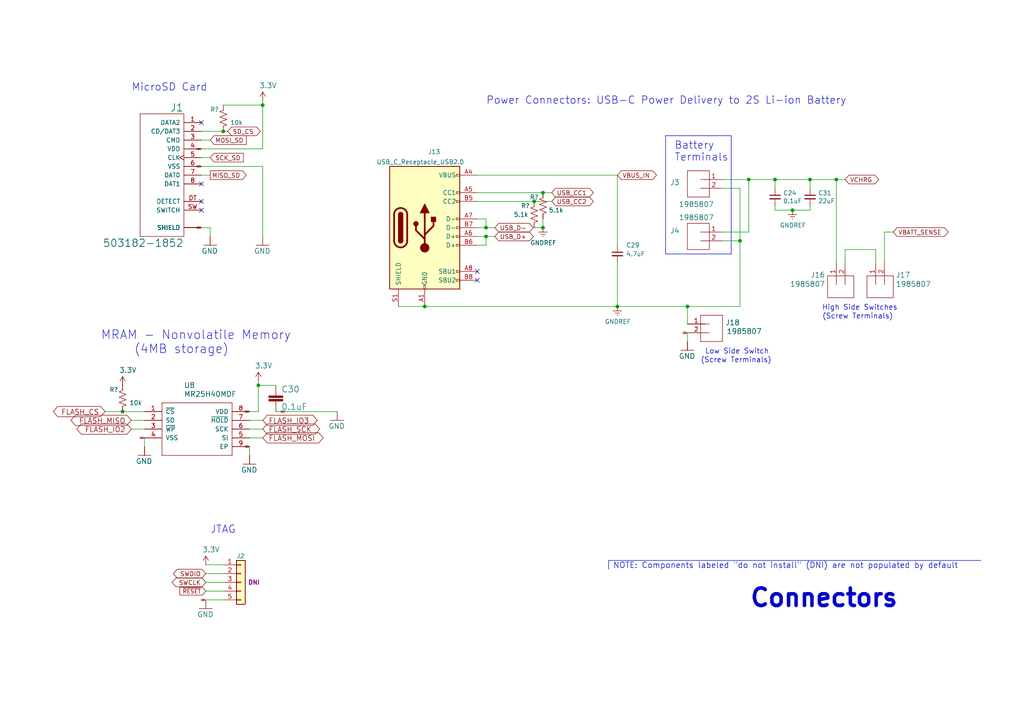
<source format=kicad_sch>
(kicad_sch (version 20230121) (generator eeschema)
  (paper "A4")
  (title_block (title "PyCubed Mainboard") (date "2021-06-09") (rev "v05c") (company "Max Holliday"))
  (lib_symbols
    (symbol "Connector_Generic:Conn_01x05" (pin_names (offset 1.016) hide)
      (property "Reference" "J" (at 0 7.62 0))
      (property "Value" "Conn_01x05" (at 0 -7.62 0))
      (symbol "Conn_01x05_1_1"
        (rectangle (start -1.27 -4.953) (end 0 -5.207) (stroke (width 0.1524)))
        (rectangle (start -1.27 -2.413) (end 0 -2.667) (stroke (width 0.1524)))
        (rectangle (start -1.27 0.127) (end 0 -0.127) (stroke (width 0.1524)))
        (rectangle (start -1.27 2.667) (end 0 2.413) (stroke (width 0.1524)))
        (rectangle (start -1.27 5.207) (end 0 4.953) (stroke (width 0.1524)))
        (rectangle (start -1.27 6.35) (end 1.27 -6.35) (stroke (width 0.254)) (fill (type background)))
        (pin passive line (at -5.08 5.08 0) (length 3.81) (name "Pin_1") (number "1"))
        (pin passive line (at -5.08 2.54 0) (length 3.81) (name "Pin_2") (number "2"))
        (pin passive line (at -5.08 0 0) (length 3.81) (name "Pin_3") (number "3"))
        (pin passive line (at -5.08 -2.54 0) (length 3.81) (name "Pin_4") (number "4"))
        (pin passive line (at -5.08 -5.08 0) (length 3.81) (name "Pin_5") (number "5"))
      )
    )
    (symbol "Device:C_Small" (pin_numbers hide) (pin_names (offset 0.254) hide)
      (property "Reference" "C" (at 0.254 1.778 0))
      (property "Value" "C_Small" (at 0.254 -2.032 0))
      (symbol "C_Small_0_1"
        (polyline (pts (xy -1.524 -0.508) (xy 1.524 -0.508)) (stroke (width 0.3302)))
        (polyline (pts (xy -1.524 0.508) (xy 1.524 0.508)) (stroke (width 0.3048)))
      )
      (symbol "C_Small_1_1"
        (pin passive line (at 0 2.54 270) (length 2.032) (name "~") (number "1"))
        (pin passive line (at 0 -2.54 90) (length 2.032) (name "~") (number "2"))
      )
    )
    (symbol "Device:R_US" (pin_numbers hide) (pin_names (offset 0))
      (property "Reference" "R" (at 2.54 0 90))
      (property "Value" "R_US" (at -2.54 0 90))
      (symbol "R_US_0_1"
        (polyline (pts (xy 0 -2.286) (xy 0 -2.54)))
        (polyline (pts (xy 0 2.286) (xy 0 2.54)))
        (polyline (pts (xy 0 -0.762) (xy 1.016 -1.143) (xy 0 -1.524) (xy -1.016 -1.905) (xy 0 -2.286)))
        (polyline (pts (xy 0 0.762) (xy 1.016 0.381) (xy 0 0) (xy -1.016 -0.381) (xy 0 -0.762)))
        (polyline (pts (xy 0 2.286) (xy 1.016 1.905) (xy 0 1.524) (xy -1.016 1.143) (xy 0 0.762)))
      )
      (symbol "R_US_1_1"
        (pin passive line (at 0 3.81 270) (length 1.27) (name "~") (number "1"))
        (pin passive line (at 0 -3.81 90) (length 1.27) (name "~") (number "2"))
      )
    )
    (symbol "mainboard-rescue:USB_C_Receptacle_USB2.0-Connector" (pin_names (offset 1.016))
      (property "Reference" "J" (at -10.16 19.05 0))
      (property "Value" "Connector_USB_C_Receptacle_USB2.0" (at 19.05 19.05 0))
      (symbol "USB_C_Receptacle_USB2.0-Connector_0_0"
        (rectangle (start -0.254 -17.78) (end 0.254 -16.764))
        (rectangle (start 10.16 -14.986) (end 9.144 -15.494))
        (rectangle (start 10.16 -12.446) (end 9.144 -12.954))
        (rectangle (start 10.16 -4.826) (end 9.144 -5.334))
        (rectangle (start 10.16 -2.286) (end 9.144 -2.794))
        (rectangle (start 10.16 0.254) (end 9.144 -0.254))
        (rectangle (start 10.16 2.794) (end 9.144 2.286))
        (rectangle (start 10.16 7.874) (end 9.144 7.366))
        (rectangle (start 10.16 10.414) (end 9.144 9.906))
        (rectangle (start 10.16 15.494) (end 9.144 14.986))
      )
      (symbol "USB_C_Receptacle_USB2.0-Connector_0_1"
        (rectangle (start -10.16 17.78) (end 10.16 -17.78) (stroke (width 0.254)) (fill (type background)))
        (arc (start -8.89 -3.81) (mid -6.985 -5.7067) (end -5.08 -3.81) (stroke (width 0.508)))
        (arc (start -7.62 -3.81) (mid -6.985 -4.4423) (end -6.35 -3.81) (stroke (width 0.254)))
        (arc (start -7.62 -3.81) (mid -6.985 -4.4423) (end -6.35 -3.81) (stroke (width 0.254)) (fill (type outline)))
        (rectangle (start -7.62 -3.81) (end -6.35 3.81) (stroke (width 0.254)) (fill (type outline)))
        (arc (start -6.35 3.81) (mid -6.985 4.4423) (end -7.62 3.81) (stroke (width 0.254)))
        (arc (start -6.35 3.81) (mid -6.985 4.4423) (end -7.62 3.81) (stroke (width 0.254)) (fill (type outline)))
        (arc (start -5.08 3.81) (mid -6.985 5.7067) (end -8.89 3.81) (stroke (width 0.508)))
        (circle (center -2.54 1.143) (radius 0.635) (stroke (width 0.254)) (fill (type outline)))
        (circle (center 0 -5.842) (radius 1.27) (fill (type outline)))
        (polyline (pts (xy -8.89 -3.81) (xy -8.89 3.81)) (stroke (width 0.508)))
        (polyline (pts (xy -5.08 3.81) (xy -5.08 -3.81)) (stroke (width 0.508)))
        (polyline (pts (xy 0 -5.842) (xy 0 4.318)) (stroke (width 0.508)))
        (polyline (pts (xy 0 -3.302) (xy -2.54 -0.762) (xy -2.54 0.508)) (stroke (width 0.508)))
        (polyline (pts (xy 0 -2.032) (xy 2.54 0.508) (xy 2.54 1.778)) (stroke (width 0.508)))
        (polyline (pts (xy -1.27 4.318) (xy 0 6.858) (xy 1.27 4.318) (xy -1.27 4.318)) (stroke (width 0.254)) (fill (type outline)))
        (rectangle (start 1.905 1.778) (end 3.175 3.048) (stroke (width 0.254)) (fill (type outline)))
      )
      (symbol "USB_C_Receptacle_USB2.0-Connector_1_1"
        (pin power_in line (at 0 -22.86 90) (length 5.08) (name "GND") (number "A1"))
        (pin passive line (at 0 -22.86 90) (length 5.08) hide (name "GND") (number "A12"))
        (pin power_in line (at 15.24 15.24 180) (length 5.08) (name "VBUS") (number "A4"))
        (pin bidirectional line (at 15.24 10.16 180) (length 5.08) (name "CC1") (number "A5"))
        (pin bidirectional line (at 15.24 -2.54 180) (length 5.08) (name "D+") (number "A6"))
        (pin bidirectional line (at 15.24 2.54 180) (length 5.08) (name "D-") (number "A7"))
        (pin bidirectional line (at 15.24 -12.7 180) (length 5.08) (name "SBU1") (number "A8"))
        (pin passive line (at 15.24 15.24 180) (length 5.08) hide (name "VBUS") (number "A9"))
        (pin passive line (at 0 -22.86 90) (length 5.08) hide (name "GND") (number "B1"))
        (pin passive line (at 0 -22.86 90) (length 5.08) hide (name "GND") (number "B12"))
        (pin passive line (at 15.24 15.24 180) (length 5.08) hide (name "VBUS") (number "B4"))
        (pin bidirectional line (at 15.24 7.62 180) (length 5.08) (name "CC2") (number "B5"))
        (pin bidirectional line (at 15.24 -5.08 180) (length 5.08) (name "D+") (number "B6"))
        (pin bidirectional line (at 15.24 0 180) (length 5.08) (name "D-") (number "B7"))
        (pin bidirectional line (at 15.24 -15.24 180) (length 5.08) (name "SBU2") (number "B8"))
        (pin passive line (at 15.24 15.24 180) (length 5.08) hide (name "VBUS") (number "B9"))
        (pin passive line (at -7.62 -22.86 90) (length 5.08) (name "SHIELD") (number "S1"))
      )
    )
    (symbol "mainboard:2.2UF-0603-10V-20%" (pin_names (offset 1.016))
      (property "Reference" "C" (at 1.524 2.921 0))
      (property "Value" "2.2UF-0603-10V-20%" (at 1.524 -2.159 0))
      (symbol "2.2UF-0603-10V-20%_1_0"
        (rectangle (start -2.032 0.508) (end 2.032 1.016) (fill (type outline)))
        (rectangle (start -2.032 1.524) (end 2.032 2.032) (fill (type outline)))
        (polyline (pts (xy 0 0) (xy 0 0.508)))
        (polyline (pts (xy 0 2.54) (xy 0 2.032)))
        (pin passive line (at 0 5.08 270) (length 2.54) (name "1") (number "1"))
        (pin passive line (at 0 -2.54 90) (length 2.54) (name "2") (number "2"))
      )
    )
    (symbol "mainboard:3.3V" (power) (pin_names (offset 1.016))
      (property "Value" "3.3V" (at -1.016 3.556 0))
      (symbol "3.3V_1_0"
        (polyline (pts (xy 0 2.54) (xy -0.762 1.27)))
        (polyline (pts (xy 0.762 1.27) (xy 0 2.54)))
        (pin power_in line (at 0 0 90) (length 2.54) (name "3.3V") (number "1"))
      )
    )
    (symbol "mainboard:503182-1852" (pin_names (offset 1.016))
      (property "Reference" "J" (at 0 18.3642 0))
      (property "Value" "503182-1852" (at 0 -20.9042 0))
      (symbol "503182-1852_1_0"
        (polyline (pts (xy 0 -17.78) (xy 12.7 -17.78)))
        (polyline (pts (xy 0 17.78) (xy 0 -17.78)))
        (polyline (pts (xy 12.7 -17.78) (xy 12.7 17.78)))
        (polyline (pts (xy 12.7 17.78) (xy 0 17.78)))
        (pin bidirectional line (at -5.08 15.24 0) (length 5.08) (name "DATA2") (number "1"))
        (pin bidirectional line (at -5.08 12.7 0) (length 5.08) (name "CD/DAT3") (number "2"))
        (pin bidirectional line (at -5.08 10.16 0) (length 5.08) (name "CMD") (number "3"))
        (pin power_in line (at -5.08 7.62 0) (length 5.08) (name "VDD") (number "4"))
        (pin bidirectional clock (at -5.08 5.08 0) (length 5.08) (name "CLK") (number "5"))
        (pin power_in line (at -5.08 2.54 0) (length 5.08) (name "VSS") (number "6"))
        (pin bidirectional line (at -5.08 0 0) (length 5.08) (name "DAT0") (number "7"))
        (pin bidirectional line (at -5.08 -2.54 0) (length 5.08) (name "DAT1") (number "8"))
        (pin bidirectional line (at -5.08 -7.62 0) (length 5.08) (name "DETECT") (number "DT"))
        (pin passive line (at -5.08 -15.24 0) (length 5.08) (name "SHIELD") (number "P1"))
        (pin passive line (at -5.08 -15.24 0) (length 5.08) (name "SHIELD") (number "P2"))
        (pin passive line (at -5.08 -15.24 0) (length 5.08) (name "SHIELD") (number "P3"))
        (pin passive line (at -5.08 -15.24 0) (length 5.08) (name "SHIELD") (number "P4"))
        (pin passive line (at -5.08 -15.24 0) (length 5.08) (name "SHIELD") (number "P5"))
        (pin bidirectional line (at -5.08 -10.16 0) (length 5.08) (name "SWITCH") (number "SW"))
      )
    )
    (symbol "mainboard:GND" (power) (pin_names (offset 1.016))
      (property "Value" "GND" (at -2.54 -2.54 0))
      (symbol "GND_1_0"
        (polyline (pts (xy -1.905 0) (xy 1.905 0)))
        (pin power_in line (at 0 2.54 270) (length 2.54) (name "GND") (number "1"))
      )
    )
    (symbol "mainboard:M023.5MM_LOCK" (pin_names (offset 1.016))
      (property "Reference" "JP" (at -2.54 5.842 0))
      (property "Value" "M023.5MM_LOCK" (at -2.54 -5.08 0))
      (symbol "M023.5MM_LOCK_1_0"
        (polyline (pts (xy -2.54 5.08) (xy -2.54 -2.54)))
        (polyline (pts (xy -2.54 5.08) (xy 3.81 5.08)))
        (polyline (pts (xy 1.27 0) (xy 2.54 0)))
        (polyline (pts (xy 1.27 2.54) (xy 2.54 2.54)))
        (polyline (pts (xy 3.81 -2.54) (xy -2.54 -2.54)))
        (polyline (pts (xy 3.81 -2.54) (xy 3.81 5.08)))
        (pin passive line (at 7.62 0 180) (length 5.08) (name "1") (number "1"))
        (pin passive line (at 7.62 2.54 180) (length 5.08) (name "2") (number "2"))
      )
    )
    (symbol "mainboard:MR25H40MDF" (pin_names (offset 1.016))
      (property "Reference" "U" (at 11.43 7.62 0))
      (property "Value" "MR25H40MDF" (at 11.43 5.08 0))
      (symbol "MR25H40MDF_1_0"
        (polyline (pts (xy 5.08 2.54) (xy 5.08 -12.7)))
        (polyline (pts (xy 5.08 2.54) (xy 25.4 2.54)))
        (polyline (pts (xy 25.4 -12.7) (xy 5.08 -12.7)))
        (polyline (pts (xy 25.4 -12.7) (xy 25.4 2.54)))
        (pin bidirectional line (at 0 0 0) (length 5.08) (name "~{CS}") (number "1"))
        (pin bidirectional line (at 0 -2.54 0) (length 5.08) (name "SO") (number "2"))
        (pin bidirectional line (at 0 -5.08 0) (length 5.08) (name "~{WP}") (number "3"))
        (pin bidirectional line (at 0 -7.62 0) (length 5.08) (name "VSS") (number "4"))
        (pin bidirectional line (at 30.48 -7.62 180) (length 5.08) (name "SI") (number "5"))
        (pin bidirectional line (at 30.48 -5.08 180) (length 5.08) (name "SCK") (number "6"))
        (pin bidirectional line (at 30.48 -2.54 180) (length 5.08) (name "~{HOLD}") (number "7"))
        (pin bidirectional line (at 30.48 0 180) (length 5.08) (name "VDD") (number "8"))
        (pin bidirectional line (at 30.48 -10.16 180) (length 5.08) (name "EP") (number "9"))
      )
    )
    (symbol "power:GNDREF" (power) (pin_names (offset 0))
      (property "Value" "GNDREF" (at 0 -3.81 0))
      (symbol "GNDREF_0_1"
        (polyline (pts (xy -0.635 -1.905) (xy 0.635 -1.905)))
        (polyline (pts (xy -0.127 -2.54) (xy 0.127 -2.54)))
        (polyline (pts (xy 0 -1.27) (xy 0 0)))
        (polyline (pts (xy 1.27 -1.27) (xy -1.27 -1.27)))
      )
      (symbol "GNDREF_1_1"
        (pin power_in line (at 0 0 270) (length 0) hide (name "GNDREF") (number "1"))
      )
    )
  )
  (junction (at 76.2 30.48))
  (junction (at 64.77 38.1))
  (junction (at 234.95 52.07))
  (junction (at 214.63 69.85))
  (junction (at 242.57 52.07))
  (junction (at 229.87 60.96))
  (junction (at 35.56 119.38))
  (junction (at 157.48 55.88))
  (junction (at 140.97 66.04))
  (junction (at 199.39 88.9))
  (junction (at 217.17 52.07))
  (junction (at 179.07 88.9))
  (junction (at 140.97 68.58))
  (junction (at 123.19 88.9))
  (junction (at 157.48 66.04))
  (junction (at 154.94 58.42))
  (junction (at 224.79 52.07))
  (junction (at 74.93 111.76))
  (no_connect (at 138.43 81.28))
  (no_connect (at 58.42 58.42))
  (no_connect (at 58.42 60.96))
  (no_connect (at 138.43 78.74))
  (no_connect (at 58.42 53.34))
  (no_connect (at 58.42 35.56))
  (wire (pts (xy 38.1 121.92) (xy 41.91 121.92)))
  (wire (pts (xy 80.01 111.76) (xy 74.93 111.76)))
  (wire (pts (xy 64.77 166.37) (xy 59.69 166.37)))
  (wire (pts (xy 140.97 68.58) (xy 138.43 68.58)))
  (wire (pts (xy 245.11 72.39) (xy 254 72.39)))
  (wire (pts (xy 140.97 71.12) (xy 140.97 68.58)))
  (wire (pts (xy 199.39 96.52) (xy 199.39 99.06)))
  (wire (pts (xy 199.39 88.9) (xy 214.63 88.9)))
  (wire (pts (xy 41.91 127) (xy 41.91 129.54)))
  (wire (pts (xy 74.93 111.76) (xy 74.93 110.49)))
  (wire (pts (xy 64.77 30.48) (xy 76.2 30.48)))
  (wire (pts (xy 58.42 48.26) (xy 76.2 48.26)))
  (wire (pts (xy 199.39 93.98) (xy 199.39 88.9)))
  (wire (pts (xy 72.39 119.38) (xy 74.93 119.38)))
  (polyline (pts (xy 176.53 162.56) (xy 284.48 162.56)))
  (wire (pts (xy 30.48 119.38) (xy 35.56 119.38)))
  (wire (pts (xy 138.43 58.42) (xy 154.94 58.42)))
  (wire (pts (xy 64.77 168.91) (xy 59.69 168.91)))
  (wire (pts (xy 115.57 88.9) (xy 123.19 88.9)))
  (wire (pts (xy 58.42 38.1) (xy 64.77 38.1)))
  (wire (pts (xy 209.55 52.07) (xy 217.17 52.07)))
  (wire (pts (xy 58.42 66.04) (xy 60.96 66.04)))
  (wire (pts (xy 60.96 66.04) (xy 60.96 68.58)))
  (wire (pts (xy 245.11 52.07) (xy 242.57 52.07)))
  (wire (pts (xy 217.17 52.07) (xy 224.79 52.07)))
  (wire (pts (xy 154.94 58.42) (xy 160.02 58.42)))
  (wire (pts (xy 179.07 50.8) (xy 138.43 50.8)))
  (wire (pts (xy 140.97 63.5) (xy 140.97 66.04)))
  (wire (pts (xy 140.97 66.04) (xy 138.43 66.04)))
  (wire (pts (xy 138.43 55.88) (xy 157.48 55.88)))
  (wire (pts (xy 157.48 66.04) (xy 157.48 63.5)))
  (wire (pts (xy 138.43 71.12) (xy 140.97 71.12)))
  (wire (pts (xy 245.11 76.2) (xy 245.11 72.39)))
  (polyline (pts (xy 193.04 73.66) (xy 193.04 39.37)))
  (wire (pts (xy 242.57 52.07) (xy 242.57 76.2)))
  (wire (pts (xy 74.93 119.38) (xy 74.93 111.76)))
  (wire (pts (xy 72.39 129.54) (xy 72.39 132.08)))
  (wire (pts (xy 234.95 54.61) (xy 234.95 52.07)))
  (wire (pts (xy 224.79 60.96) (xy 224.79 59.69)))
  (polyline (pts (xy 176.53 165.1) (xy 176.53 162.56)))
  (polyline (pts (xy 212.09 73.66) (xy 212.09 39.37)))
  (wire (pts (xy 80.01 119.38) (xy 97.79 119.38)))
  (wire (pts (xy 209.55 54.61) (xy 214.63 54.61)))
  (wire (pts (xy 76.2 121.92) (xy 72.39 121.92)))
  (wire (pts (xy 76.2 124.46) (xy 72.39 124.46)))
  (wire (pts (xy 224.79 54.61) (xy 224.79 52.07)))
  (wire (pts (xy 214.63 69.85) (xy 209.55 69.85)))
  (wire (pts (xy 224.79 52.07) (xy 234.95 52.07)))
  (wire (pts (xy 58.42 43.18) (xy 76.2 43.18)))
  (wire (pts (xy 256.54 67.31) (xy 259.08 67.31)))
  (wire (pts (xy 234.95 60.96) (xy 234.95 59.69)))
  (wire (pts (xy 154.94 66.04) (xy 157.48 66.04)))
  (wire (pts (xy 254 72.39) (xy 254 76.2)))
  (wire (pts (xy 76.2 43.18) (xy 76.2 30.48)))
  (wire (pts (xy 64.77 38.1) (xy 66.04 38.1)))
  (wire (pts (xy 59.69 163.83) (xy 64.77 163.83)))
  (wire (pts (xy 38.1 124.46) (xy 41.91 124.46)))
  (wire (pts (xy 234.95 52.07) (xy 242.57 52.07)))
  (wire (pts (xy 76.2 30.48) (xy 76.2 29.21)))
  (wire (pts (xy 140.97 66.04) (xy 143.51 66.04)))
  (wire (pts (xy 224.79 60.96) (xy 229.87 60.96)))
  (wire (pts (xy 256.54 76.2) (xy 256.54 67.31)))
  (wire (pts (xy 214.63 54.61) (xy 214.63 69.85)))
  (wire (pts (xy 58.42 50.8) (xy 60.96 50.8)))
  (wire (pts (xy 58.42 45.72) (xy 60.96 45.72)))
  (wire (pts (xy 179.07 50.8) (xy 179.07 71.12)))
  (wire (pts (xy 64.77 171.45) (xy 59.69 171.45)))
  (polyline (pts (xy 193.04 39.37) (xy 212.09 39.37)))
  (wire (pts (xy 229.87 60.96) (xy 234.95 60.96)))
  (wire (pts (xy 59.69 173.99) (xy 64.77 173.99)))
  (wire (pts (xy 76.2 48.26) (xy 76.2 68.58)))
  (wire (pts (xy 214.63 88.9) (xy 214.63 69.85)))
  (wire (pts (xy 179.07 76.2) (xy 179.07 88.9)))
  (wire (pts (xy 179.07 88.9) (xy 199.39 88.9)))
  (wire (pts (xy 35.56 119.38) (xy 41.91 119.38)))
  (wire (pts (xy 217.17 52.07) (xy 217.17 67.31)))
  (wire (pts (xy 209.55 67.31) (xy 217.17 67.31)))
  (wire (pts (xy 58.42 40.64) (xy 60.96 40.64)))
  (wire (pts (xy 140.97 68.58) (xy 143.51 68.58)))
  (wire (pts (xy 123.19 88.9) (xy 179.07 88.9)))
  (polyline (pts (xy 193.04 73.66) (xy 212.09 73.66)))
  (wire (pts (xy 157.48 55.88) (xy 160.02 55.88)))
  (wire (pts (xy 76.2 127) (xy 72.39 127)))
  (wire (pts (xy 138.43 63.5) (xy 140.97 63.5)))
  (text "Power Connectors: USB-C Power Delivery to 2S Li-ion Battery" (at 140.97 30.48 0) (effects (font (size 2.159 2.159)) (justify left bottom)))
  (text "(Screw Terminals)" (at 259.08 92.71 0) (effects (font (size 1.4986 1.4986)) (justify right bottom)))
  (text "MicroSD Card" (at 38.1 26.67 0) (effects (font (size 2.159 2.159)) (justify left bottom)))
  (text "Low Side Switch" (at 204.47 102.87 0) (effects (font (size 1.4986 1.4986)) (justify left bottom)))
  (text "JTAG" (at 60.96 154.94 0) (effects (font (size 2.159 2.159)) (justify left bottom)))
  (text "Connectors" (at 217.17 176.53 0) (effects (font (size 5.08 5.08) (thickness 1.016) bold) (justify left bottom)))
  (text "(Screw Terminals)" (at 203.2 105.41 0) (effects (font (size 1.4986 1.4986)) (justify left bottom)))
  (text "Battery\nTerminals" (at 195.58 46.99 0) (effects (font (size 2.159 2.159)) (justify left bottom)))
  (text "High Side Switches" (at 260.35 90.17 0) (effects (font (size 1.4986 1.4986)) (justify right bottom)))
  (text "MRAM - Nonvolatile Memory\n     (4MB storage)" (at 29.21 102.87 0) (effects (font (size 2.54 2.54)) (justify left bottom)))
  (text "NOTE: Components labeled \"do not install\" (DNI) are not populated by default" (at 177.8 165.1 0) (effects (font (size 1.651 1.651)) (justify left bottom)))
  (global_label "GND" (shape bidirectional) (at 81.28 119.38 0) (effects (font (size 0.254 0.254))) (property "Intersheetrefs" "${INTERSHEET_REFS}" (effects hide)))
  (global_label "FLASH_MOSI" (shape bidirectional) (at 76.2 127 0) (effects (font (size 1.4986 1.4986))) (property "Intersheetrefs" "${INTERSHEET_REFS}" (effects hide)))
  (global_label "MOSI_SD" (shape input) (at 60.96 40.64 0) (property "Intersheetrefs" "${INTERSHEET_REFS}" (effects hide)))
  (global_label "USB_D+" (shape bidirectional) (at 143.51 68.58 0) (property "Intersheetrefs" "${INTERSHEET_REFS}" (effects hide)))
  (global_label "FLASH_IO2" (shape bidirectional) (at 38.1 124.46 180) (effects (font (size 1.4986 1.4986))) (property "Intersheetrefs" "${INTERSHEET_REFS}" (effects hide)))
  (global_label "3.3V" (shape bidirectional) (at 72.39 119.38 180) (effects (font (size 0.254 0.254))) (property "Intersheetrefs" "${INTERSHEET_REFS}" (effects hide)))
  (global_label "FLASH_IO3" (shape bidirectional) (at 76.2 121.92 0) (effects (font (size 1.4986 1.4986))) (property "Intersheetrefs" "${INTERSHEET_REFS}" (effects hide)))
  (global_label "GND" (shape bidirectional) (at 59.69 173.99 180) (effects (font (size 0.254 0.254))) (property "Intersheetrefs" "${INTERSHEET_REFS}" (effects hide)))
  (global_label "VBATT_SENSE" (shape bidirectional) (at 259.08 67.31 0) (property "Intersheetrefs" "${INTERSHEET_REFS}" (effects hide)))
  (global_label "VBUS_IN" (shape bidirectional) (at 179.07 50.8 0) (property "Intersheetrefs" "${INTERSHEET_REFS}" (effects hide)))
  (global_label "3.3V" (shape bidirectional) (at 58.42 43.18 180) (effects (font (size 0.254 0.254))) (property "Intersheetrefs" "${INTERSHEET_REFS}" (effects hide)))
  (global_label "GND" (shape bidirectional) (at 41.91 127 180) (effects (font (size 0.254 0.254))) (property "Intersheetrefs" "${INTERSHEET_REFS}" (effects hide)))
  (global_label "FLASH_MISO" (shape bidirectional) (at 38.1 121.92 180) (effects (font (size 1.4986 1.4986))) (property "Intersheetrefs" "${INTERSHEET_REFS}" (effects hide)))
  (global_label "GND" (shape bidirectional) (at 58.42 48.26 180) (effects (font (size 0.254 0.254))) (property "Intersheetrefs" "${INTERSHEET_REFS}" (effects hide)))
  (global_label "FLASH_SCK" (shape bidirectional) (at 76.2 124.46 0) (effects (font (size 1.4986 1.4986))) (property "Intersheetrefs" "${INTERSHEET_REFS}" (effects hide)))
  (global_label "SD_CS" (shape bidirectional) (at 66.04 38.1 0) (property "Intersheetrefs" "${INTERSHEET_REFS}" (effects hide)))
  (global_label "USB_CC2" (shape bidirectional) (at 160.02 58.42 0) (property "Intersheetrefs" "${INTERSHEET_REFS}" (effects hide)))
  (global_label "MISO_SD" (shape output) (at 60.96 50.8 0) (property "Intersheetrefs" "${INTERSHEET_REFS}" (effects hide)))
  (global_label "SWDIO" (shape bidirectional) (at 59.69 166.37 180) (property "Intersheetrefs" "${INTERSHEET_REFS}" (effects hide)))
  (global_label "USB_CC1" (shape bidirectional) (at 160.02 55.88 0) (property "Intersheetrefs" "${INTERSHEET_REFS}" (effects hide)))
  (global_label "GND" (shape bidirectional) (at 72.39 129.54 180) (effects (font (size 0.254 0.254))) (property "Intersheetrefs" "${INTERSHEET_REFS}" (effects hide)))
  (global_label "FLASH_CS" (shape bidirectional) (at 30.48 119.38 180) (effects (font (size 1.4986 1.4986))) (property "Intersheetrefs" "${INTERSHEET_REFS}" (effects hide)))
  (global_label "USB_D-" (shape bidirectional) (at 143.51 66.04 0) (property "Intersheetrefs" "${INTERSHEET_REFS}" (effects hide)))
  (global_label "GND" (shape bidirectional) (at 199.39 96.52 180) (effects (font (size 0.254 0.254))) (property "Intersheetrefs" "${INTERSHEET_REFS}" (effects hide)))
  (global_label "~{RESET}" (shape input) (at 59.69 171.45 180) (effects (font (size 1.1684 1.1684))) (property "Intersheetrefs" "${INTERSHEET_REFS}" (effects hide)))
  (global_label "GND" (shape bidirectional) (at 58.42 66.04 180) (effects (font (size 0.254 0.254))) (property "Intersheetrefs" "${INTERSHEET_REFS}" (effects hide)))
  (global_label "SCK_SD" (shape input) (at 60.96 45.72 0) (property "Intersheetrefs" "${INTERSHEET_REFS}" (effects hide)))
  (global_label "VCHRG" (shape bidirectional) (at 245.11 52.07 0) (property "Intersheetrefs" "${INTERSHEET_REFS}" (effects hide)))
  (global_label "SWCLK" (shape bidirectional) (at 59.69 168.91 180) (property "Intersheetrefs" "${INTERSHEET_REFS}" (effects hide)))
  (symbol (lib_id "mainboard:GND") (at 41.91 132.08 0) (unit 1)
    (property "Reference" "#GND022" (effects hide))
    (property "Value" "GND" (at 39.37 134.62 0) (effects (font (size 1.4986 1.4986)) (justify left bottom)))
    (instances (project "mainboard" (path "" (reference "#GND022") (unit 1)) (path "" (reference "#GND?") (unit 1))))
  )
  (symbol (lib_id "mainboard:M023.5MM_LOCK") (at 201.93 52.07 0) (mirror x) (unit 1)
    (property "Reference" "J3" (at 194.31 52.07 0) (effects (font (size 1.4986 1.4986)) (justify left bottom)))
    (property "Value" "1985807" (at 196.85 58.42 0) (effects (font (size 1.4986 1.4986)) (justify left bottom)))
    (property "Footprint" "mainboard:SCREWTERMINAL-3.5MM-2_LOCK" (effects hide))
    (property "Datasheet" "https://www.mouser.com/datasheet/2/324/4/1985807-1458929.pdf" (effects hide))
    (property "Description" "2-pin Screw Terminal - Side Entry" (effects hide))
    (property "Flight" "1985807" (effects hide))
    (property "Manufacturer_Name" "Phoenix Contact" (effects hide))
    (property "Manufacturer_Part_Number" "1985807" (effects hide))
    (property "Proto" "1985807" (effects hide))
    (instances (project "mainboard" (path "" (reference "J3") (unit 1)) (path "" (reference "JP?") (unit 1))))
  )
  (symbol (lib_id "mainboard:503182-1852") (at 53.34 50.8 0) (mirror y) (unit 1)
    (property "Reference" "J1" (at 53.34 32.4358 0) (effects (font (size 2.159 2.159)) (justify left bottom)))
    (property "Value" "503182-1852" (at 53.34 71.7296 0) (effects (font (size 2.159 2.159)) (justify left bottom)))
    (property "Footprint" "mainboard:MOLEX_503182-1852" (effects hide))
    (property "Datasheet" "https://www.molex.com/pdm_docs/sd/5031821852_sd.pdf" (effects hide))
    (property "Description" "Molex microSD Card Socket" (effects hide))
    (property "Flight" "5031821852" (effects hide))
    (property "Manufacturer_Name" "Molex" (effects hide))
    (property "Manufacturer_Part_Number" "5031821852" (effects hide))
    (property "Proto" "5031821852" (effects hide))
    (instances (project "mainboard" (path "" (reference "J1") (unit 1)) (path "" (reference "J?") (unit 1))))
  )
  (symbol (lib_id "mainboard:MR25H40MDF") (at 41.91 119.38 0) (unit 1)
    (property "Reference" "U8" (at 53.34 111.76 0) (effects (font (size 1.4986 1.4986)) (justify left)))
    (property "Value" "MR25H40MDF" (at 53.34 114.3 0) (effects (font (size 1.4986 1.4986)) (justify left)))
    (property "Footprint" "mainboard:SON127P600X500X90-9N" (effects hide))
    (property "Datasheet" "https://www.winbond.com/resource-files/w25q80dv%20dl_revh_10022015.pdf" (effects hide))
    (property "Description" "Non-Volatile Memory" (effects hide))
    (property "Flight" "MR25H40MDF" (effects hide))
    (property "Manufacturer_Name" "Everspin Technologies Inc." (effects hide))
    (property "Manufacturer_Part_Number" "W25Q80DVSNIG" (effects hide))
    (property "Proto" "W25Q80DVSNIG" (effects hide))
    (instances (project "mainboard" (path "" (reference "U8") (unit 1)) (path "" (reference "U?") (unit 1))))
  )
  (symbol (lib_id "mainboard:M023.5MM_LOCK") (at 201.93 67.31 0) (mirror x) (unit 1)
    (property "Reference" "J4" (at 194.31 66.04 0) (effects (font (size 1.4986 1.4986)) (justify left bottom)))
    (property "Value" "1985807" (at 196.85 62.23 0) (effects (font (size 1.4986 1.4986)) (justify left bottom)))
    (property "Footprint" "mainboard:SCREWTERMINAL-3.5MM-2_LOCK" (effects hide))
    (property "Datasheet" "https://www.mouser.com/datasheet/2/324/4/1985807-1458929.pdf" (effects hide))
    (property "Description" "2-pin Screw Terminal - Side Entry" (effects hide))
    (property "Flight" "1985807" (effects hide))
    (property "Manufacturer_Name" "Phoenix Contact" (effects hide))
    (property "Manufacturer_Part_Number" "1985807" (effects hide))
    (property "Proto" "1985807" (effects hide))
    (instances (project "mainboard" (path "" (reference "J4") (unit 1)) (path "" (reference "JP?") (unit 1))))
  )
  (symbol (lib_id "mainboard:2.2UF-0603-10V-20%") (at 80.01 116.84 0) (unit 1)
    (property "Reference" "C30" (at 81.534 113.919 0) (effects (font (size 1.778 1.778)) (justify left bottom)))
    (property "Value" "0.1uF" (at 81.534 118.999 0) (effects (font (size 1.778 1.778)) (justify left bottom)))
    (property "Footprint" "Capacitor_SMD:C_0603_1608Metric" (effects hide))
    (property "Description" "0.1uF +-10% 50V X7R 0603" (effects hide))
    (instances (project "mainboard" (path "" (reference "C30") (unit 1)) (path "" (reference "C?") (unit 1))))
  )
  (symbol (lib_id "mainboard:GND") (at 97.79 121.92 0) (unit 1)
    (property "Reference" "#GND065" (effects hide))
    (property "Value" "GND" (at 95.25 124.46 0) (effects (font (size 1.4986 1.4986)) (justify left bottom)))
    (instances (project "mainboard" (path "" (reference "#GND065") (unit 1)) (path "" (reference "#GND?") (unit 1))))
  )
  (symbol (lib_id "mainboard:GND") (at 59.69 176.53 0) (unit 1)
    (property "Reference" "#GND023" (effects hide))
    (property "Value" "GND" (at 57.15 179.07 0) (effects (font (size 1.4986 1.4986)) (justify left bottom)))
    (instances (project "mainboard" (path "" (reference "#GND023") (unit 1)) (path "" (reference "#GND?") (unit 1))))
  )
  (symbol (lib_id "Connector_Generic:Conn_01x05") (at 69.85 168.91 0) (unit 1)
    (property "Reference" "J2" (at 68.58 161.29 0) (effects (justify left)))
    (property "Value" "Conn_01x05" (effects hide))
    (property "Footprint" "Connector_PinHeader_2.54mm:PinHeader_1x05_P2.54mm_Vertical" (effects hide))
    (property "DNI" "DNI" (at 73.66 168.91 0) (effects (font bold)))
    (property "Description" "Vertical Header - 0.1in (2.54mm)" (effects hide))
  )
  (symbol (lib_id "mainboard:3.3V") (at 59.69 163.83 0) (unit 1)
    (property "Reference" "#SUPPLY0102" (effects hide))
    (property "Value" "3.3V" (at 58.674 160.274 0) (effects (font (size 1.4986 1.4986)) (justify left bottom)))
    (instances (project "mainboard" (path "" (reference "#SUPPLY0102") (unit 1)) (path "" (reference "#SUPPLY?") (unit 1))))
  )
  (symbol (lib_id "mainboard-rescue:USB_C_Receptacle_USB2.0-Connector") (at 123.19 66.04 0) (unit 1)
    (property "Reference" "J13" (at 125.9078 44.0182 0))
    (property "Value" "USB_C_Receptacle_USB2.0" (at 121.92 46.99 0))
    (property "Footprint" "mainboard:USB_C_Receptacle_XKB_U262-161N-4BVC11" (effects hide))
    (property "Datasheet" "https://datasheet.lcsc.com/szlcsc/XKB-U262-16XN-4BVC11_C319148.pdf" (effects hide))
    (property "Description" "USB Type-C Connector - Single sided" (effects hide))
    (property "Flight" "U262-161N-4BVC11" (effects hide))
    (property "Manufacturer_Name" "XKB Connectivity" (effects hide))
    (property "Manufacturer_Part_Number" "U262-161N-4BVC11" (effects hide))
    (property "Proto" "U262-161N-4BVC11" (effects hide))
  )
  (symbol (lib_id "Device:C_Small") (at 224.79 57.15 0) (unit 1)
    (property "Reference" "C24" (at 227.1268 55.9816 0) (effects (justify left)))
    (property "Value" "0.1uF" (at 227.1268 58.293 0) (effects (justify left)))
    (property "Footprint" "Capacitor_SMD:C_0603_1608Metric" (effects hide))
    (property "Description" "0.1uF +-10% 50V X7R 0603" (effects hide))
    (instances (project "mainboard" (path "" (reference "C24") (unit 1)) (path "" (reference "C?") (unit 1))))
  )
  (symbol (lib_id "Device:C_Small") (at 234.95 57.15 0) (unit 1)
    (property "Reference" "C31" (at 237.2868 55.9816 0) (effects (justify left)))
    (property "Value" "22uF" (at 237.2868 58.293 0) (effects (justify left)))
    (property "Footprint" "Capacitor_SMD:C_0603_1608Metric" (effects hide))
    (property "Description" "22uF +-20% 10V X5R" (effects hide))
    (instances (project "mainboard" (path "" (reference "C31") (unit 1)) (path "" (reference "C?") (unit 1))))
  )
  (symbol (lib_id "Device:R_US") (at 64.77 34.29 0) (mirror x) (unit 1)
    (property "Reference" "R?" (at 62.23 31.75 0))
    (property "Value" "10k" (at 68.58 35.56 0))
    (property "Footprint" "Resistor_SMD:R_0603_1608Metric" (effects hide))
    (property "Description" "10k 0603" (effects hide))
    (instances (project "mainboard" (path "" (reference "R?") (unit 1)) (path "" (reference "R?") (unit 1)) (path "" (reference "R51") (unit 1))))
  )
  (symbol (lib_id "mainboard:M023.5MM_LOCK") (at 254 83.82 270) (mirror x) (unit 1)
    (property "Reference" "J17" (at 259.7912 79.7306 90) (effects (font (size 1.4986 1.4986)) (justify left)))
    (property "Value" "1985807" (at 259.7912 82.3976 90) (effects (font (size 1.4986 1.4986)) (justify left)))
    (property "Footprint" "mainboard:SCREWTERMINAL-3.5MM-2_LOCK" (effects hide))
    (property "Datasheet" "https://www.mouser.com/datasheet/2/324/4/1985807-1458929.pdf" (effects hide))
    (property "Description" "2-pin Screw Terminal - Side Entry" (effects hide))
    (property "Flight" "1985807" (effects hide))
    (property "Manufacturer_Name" "Phoenix Contact" (effects hide))
    (property "Manufacturer_Part_Number" "1985807" (effects hide))
    (property "Proto" "1985807" (effects hide))
    (instances (project "mainboard" (path "" (reference "J17") (unit 1)) (path "" (reference "JP?") (unit 1))))
  )
  (symbol (lib_id "Device:R_US") (at 35.56 115.57 0) (mirror x) (unit 1)
    (property "Reference" "R?" (at 33.02 113.03 0))
    (property "Value" "10k" (at 39.37 116.84 0))
    (property "Footprint" "Resistor_SMD:R_0603_1608Metric" (effects hide))
    (property "Description" "10k 0603" (effects hide))
    (instances (project "mainboard" (path "" (reference "R?") (unit 1)) (path "" (reference "R?") (unit 1)) (path "" (reference "R50") (unit 1))))
  )
  (symbol (lib_id "mainboard:3.3V") (at 35.56 111.76 0) (unit 1)
    (property "Reference" "#SUPPLY0116" (effects hide))
    (property "Value" "3.3V" (at 34.544 108.204 0) (effects (font (size 1.4986 1.4986)) (justify left bottom)))
    (instances (project "mainboard" (path "" (reference "#SUPPLY0116") (unit 1)) (path "" (reference "#SUPPLY?") (unit 1))))
  )
  (symbol (lib_id "Device:R_US") (at 157.48 59.69 0) (mirror x) (unit 1)
    (property "Reference" "R?" (at 154.94 57.15 0))
    (property "Value" "5.1k" (at 161.29 60.96 0))
    (property "Footprint" "Resistor_SMD:R_0603_1608Metric" (effects hide))
    (property "Description" "5.1k 0603" (effects hide))
    (instances (project "mainboard" (path "" (reference "R?") (unit 1)) (path "" (reference "R?") (unit 1)) (path "" (reference "R40") (unit 1))))
  )
  (symbol (lib_id "Device:R_US") (at 154.94 62.23 0) (mirror x) (unit 1)
    (property "Reference" "R?" (at 152.4 59.69 0))
    (property "Value" "5.1k" (at 151.13 62.23 0))
    (property "Footprint" "Resistor_SMD:R_0603_1608Metric" (effects hide))
    (property "Description" "5.1k 0603" (effects hide))
    (instances (project "mainboard" (path "" (reference "R?") (unit 1)) (path "" (reference "R?") (unit 1)) (path "" (reference "R39") (unit 1))))
  )
  (symbol (lib_id "power:GNDREF") (at 157.48 66.04 0) (unit 1)
    (property "Reference" "#PWR0107" (effects hide))
    (property "Value" "GNDREF" (at 157.607 70.4342 0))
    (instances (project "mainboard" (path "" (reference "#PWR0107") (unit 1)) (path "" (reference "#PWR?") (unit 1))))
  )
  (symbol (lib_id "Device:C_Small") (at 179.07 73.66 0) (unit 1)
    (property "Reference" "C29" (at 181.61 71.12 0) (effects (justify left)))
    (property "Value" "4.7uF" (at 181.61 73.66 0) (effects (justify left)))
    (property "Footprint" "Capacitor_SMD:C_0603_1608Metric" (effects hide))
    (property "Description" "4.7uF +-20% 10V X5R" (effects hide))
    (instances (project "mainboard" (path "" (reference "C29") (unit 1)) (path "" (reference "C?") (unit 1))))
  )
  (symbol (lib_id "power:GNDREF") (at 179.07 88.9 0) (unit 1)
    (property "Reference" "#PWR0101" (effects hide))
    (property "Value" "GNDREF" (at 179.197 93.2942 0))
    (instances (project "mainboard" (path "" (reference "#PWR0101") (unit 1)) (path "" (reference "#PWR?") (unit 1))))
  )
  (symbol (lib_id "power:GNDREF") (at 229.87 60.96 0) (unit 1)
    (property "Reference" "#PWR0109" (effects hide))
    (property "Value" "GNDREF" (at 229.997 65.3542 0))
    (instances (project "mainboard" (path "" (reference "#PWR0109") (unit 1)) (path "" (reference "#PWR?") (unit 1))))
  )
  (symbol (lib_id "mainboard:GND") (at 72.39 134.62 0) (unit 1)
    (property "Reference" "#GND025" (effects hide))
    (property "Value" "GND" (at 69.85 137.16 0) (effects (font (size 1.4986 1.4986)) (justify left bottom)))
    (instances (project "mainboard" (path "" (reference "#GND025") (unit 1)) (path "" (reference "#GND?") (unit 1))))
  )
  (symbol (lib_id "mainboard:M023.5MM_LOCK") (at 242.57 83.82 270) (mirror x) (unit 1)
    (property "Reference" "J16" (at 239.3442 79.7306 90) (effects (font (size 1.4986 1.4986)) (justify right)))
    (property "Value" "1985807" (at 239.3442 82.3976 90) (effects (font (size 1.4986 1.4986)) (justify right)))
    (property "Footprint" "mainboard:SCREWTERMINAL-3.5MM-2_LOCK" (effects hide))
    (property "Datasheet" "https://www.mouser.com/datasheet/2/324/4/1985807-1458929.pdf" (effects hide))
    (property "Description" "2-pin Screw Terminal - Side Entry" (effects hide))
    (property "Flight" "1985807" (effects hide))
    (property "Manufacturer_Name" "Phoenix Contact" (effects hide))
    (property "Manufacturer_Part_Number" "1985807" (effects hide))
    (property "Proto" "1985807" (effects hide))
    (instances (project "mainboard" (path "" (reference "J16") (unit 1)) (path "" (reference "JP?") (unit 1))))
  )
  (symbol (lib_id "mainboard:3.3V") (at 74.93 110.49 0) (unit 1)
    (property "Reference" "#SUPPLY08" (effects hide))
    (property "Value" "3.3V" (at 73.914 106.934 0) (effects (font (size 1.4986 1.4986)) (justify left bottom)))
    (instances (project "mainboard" (path "" (reference "#SUPPLY08") (unit 1)) (path "" (reference "#SUPPLY?") (unit 1))))
  )
  (symbol (lib_id "mainboard:GND") (at 199.39 101.6 0) (unit 1)
    (property "Reference" "#GND029" (effects hide))
    (property "Value" "GND" (at 196.85 104.14 0) (effects (font (size 1.4986 1.4986)) (justify left bottom)))
    (instances (project "mainboard" (path "" (reference "#GND029") (unit 1)) (path "" (reference "#GND?") (unit 1))))
  )
  (symbol (lib_id "mainboard:GND") (at 76.2 71.12 0) (unit 1)
    (property "Reference" "#GND026" (effects hide))
    (property "Value" "GND" (at 73.66 73.66 0) (effects (font (size 1.4986 1.4986)) (justify left bottom)))
    (instances (project "mainboard" (path "" (reference "#GND026") (unit 1)) (path "" (reference "#GND?") (unit 1))))
  )
  (symbol (lib_id "mainboard:GND") (at 60.96 71.12 0) (unit 1)
    (property "Reference" "#GND024" (effects hide))
    (property "Value" "GND" (at 58.42 73.66 0) (effects (font (size 1.4986 1.4986)) (justify left bottom)))
    (instances (project "mainboard" (path "" (reference "#GND024") (unit 1)) (path "" (reference "#GND?") (unit 1))))
  )
  (symbol (lib_id "mainboard:3.3V") (at 76.2 29.21 0) (unit 1)
    (property "Reference" "#SUPPLY07" (effects hide))
    (property "Value" "3.3V" (at 75.184 25.654 0) (effects (font (size 1.4986 1.4986)) (justify left bottom)))
    (instances (project "mainboard" (path "" (reference "#SUPPLY07") (unit 1)) (path "" (reference "#SUPPLY?") (unit 1))))
  )
  (symbol (lib_id "mainboard:M023.5MM_LOCK") (at 207.01 93.98 180) (unit 1)
    (property "Reference" "J18" (at 214.63 92.71 0) (effects (font (size 1.4986 1.4986)) (justify left bottom)))
    (property "Value" "1985807" (at 220.98 95.25 0) (effects (font (size 1.4986 1.4986)) (justify left bottom)))
    (property "Footprint" "mainboard:SCREWTERMINAL-3.5MM-2_LOCK" (effects hide))
    (property "Datasheet" "https://www.mouser.com/datasheet/2/324/4/1985807-1458929.pdf" (effects hide))
    (property "Description" "2-pin Screw Terminal - Side Entry" (effects hide))
    (property "Flight" "1985807" (effects hide))
    (property "Manufacturer_Name" "Phoenix Contact" (effects hide))
    (property "Manufacturer_Part_Number" "1985807" (effects hide))
    (property "Proto" "1985807" (effects hide))
    (instances (project "mainboard" (path "" (reference "J18") (unit 1)) (path "" (reference "JP?") (unit 1))))
  )
)
</source>
